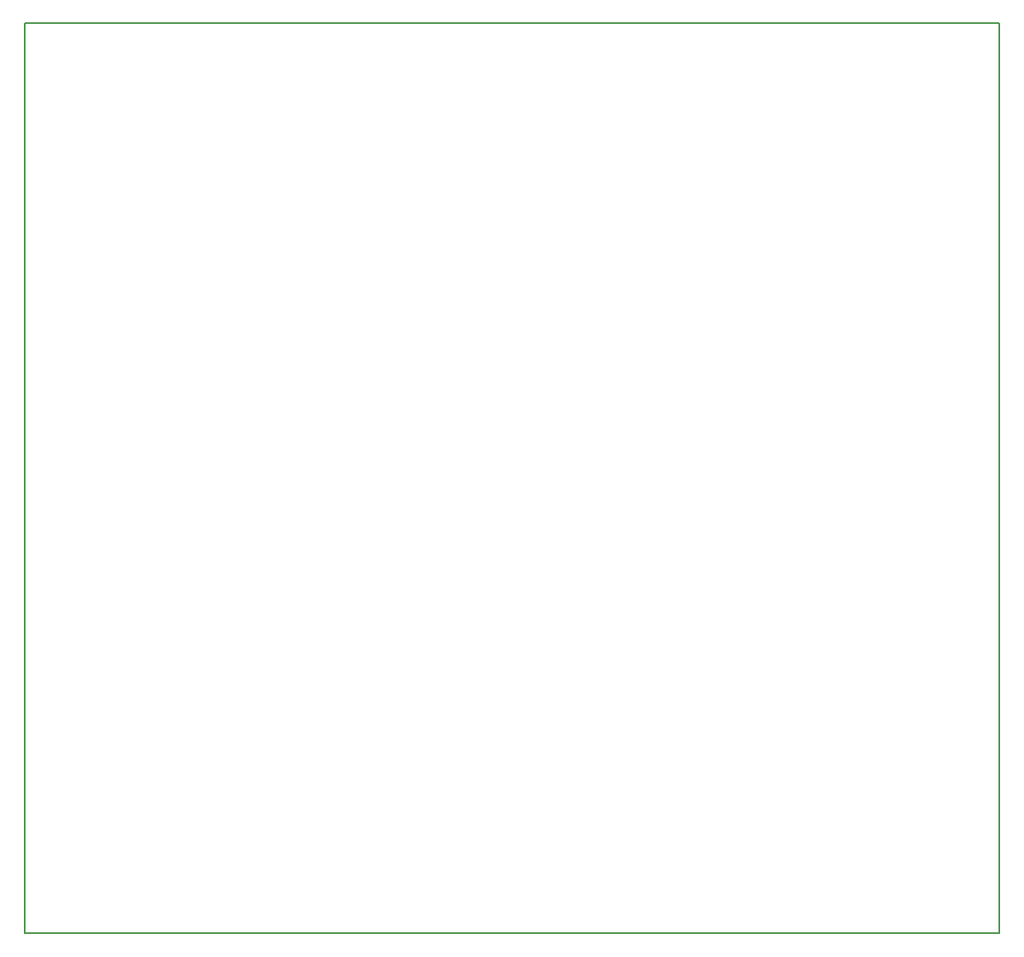
<source format=gbr>
G04 #@! TF.GenerationSoftware,KiCad,Pcbnew,(5.0.0-3-g5ebb6b6)*
G04 #@! TF.CreationDate,2018-09-26T10:49:06+01:00*
G04 #@! TF.ProjectId,rPIHeatingController,72504948656174696E67436F6E74726F,rev?*
G04 #@! TF.SameCoordinates,Original*
G04 #@! TF.FileFunction,Profile,NP*
%FSLAX46Y46*%
G04 Gerber Fmt 4.6, Leading zero omitted, Abs format (unit mm)*
G04 Created by KiCad (PCBNEW (5.0.0-3-g5ebb6b6)) date Wednesday, 26 September 2018 at 10:49:06*
%MOMM*%
%LPD*%
G01*
G04 APERTURE LIST*
%ADD10C,0.150000*%
G04 APERTURE END LIST*
D10*
X92140000Y-145520000D02*
X92140000Y-52020000D01*
X192140000Y-145520000D02*
X92140000Y-145520000D01*
X192140000Y-52020000D02*
X192140000Y-145520000D01*
X92140000Y-52020000D02*
X192140000Y-52020000D01*
M02*

</source>
